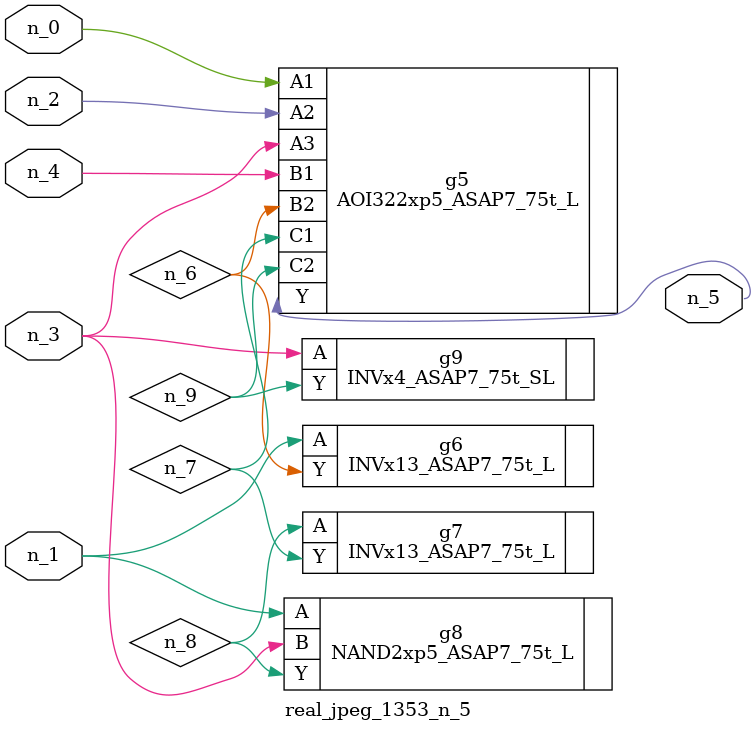
<source format=v>
module real_jpeg_1353_n_5 (n_4, n_0, n_1, n_2, n_3, n_5);

input n_4;
input n_0;
input n_1;
input n_2;
input n_3;

output n_5;

wire n_8;
wire n_6;
wire n_7;
wire n_9;

AOI322xp5_ASAP7_75t_L g5 ( 
.A1(n_0),
.A2(n_2),
.A3(n_3),
.B1(n_4),
.B2(n_6),
.C1(n_7),
.C2(n_9),
.Y(n_5)
);

INVx13_ASAP7_75t_L g6 ( 
.A(n_1),
.Y(n_6)
);

NAND2xp5_ASAP7_75t_L g8 ( 
.A(n_1),
.B(n_3),
.Y(n_8)
);

INVx4_ASAP7_75t_SL g9 ( 
.A(n_3),
.Y(n_9)
);

INVx13_ASAP7_75t_L g7 ( 
.A(n_8),
.Y(n_7)
);


endmodule
</source>
